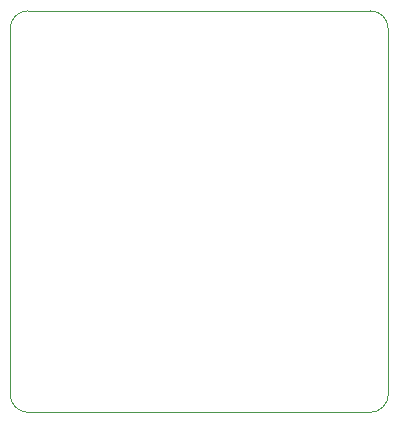
<source format=gbr>
%TF.GenerationSoftware,KiCad,Pcbnew,7.0.9*%
%TF.CreationDate,2024-01-29T17:54:31+11:00*%
%TF.ProjectId,BMI088_IMU_PCB,424d4930-3838-45f4-994d-555f5043422e,rev?*%
%TF.SameCoordinates,Original*%
%TF.FileFunction,Profile,NP*%
%FSLAX46Y46*%
G04 Gerber Fmt 4.6, Leading zero omitted, Abs format (unit mm)*
G04 Created by KiCad (PCBNEW 7.0.9) date 2024-01-29 17:54:31*
%MOMM*%
%LPD*%
G01*
G04 APERTURE LIST*
%TA.AperFunction,Profile*%
%ADD10C,0.100000*%
%TD*%
G04 APERTURE END LIST*
D10*
X53324000Y-39200000D02*
G75*
G03*
X51800000Y-40724000I0J-1524000D01*
G01*
X83814000Y-40724000D02*
G75*
G03*
X82290000Y-39200000I-1524000J0D01*
G01*
X53330000Y-73200000D02*
X82296000Y-73200000D01*
X51800000Y-40724000D02*
X51806000Y-71676000D01*
X83820000Y-71676000D02*
X83814000Y-40724000D01*
X51806000Y-71676000D02*
G75*
G03*
X53330000Y-73200000I1524000J0D01*
G01*
X82290000Y-39200000D02*
X53324000Y-39200000D01*
X82296000Y-73200000D02*
G75*
G03*
X83820000Y-71676000I0J1524000D01*
G01*
M02*

</source>
